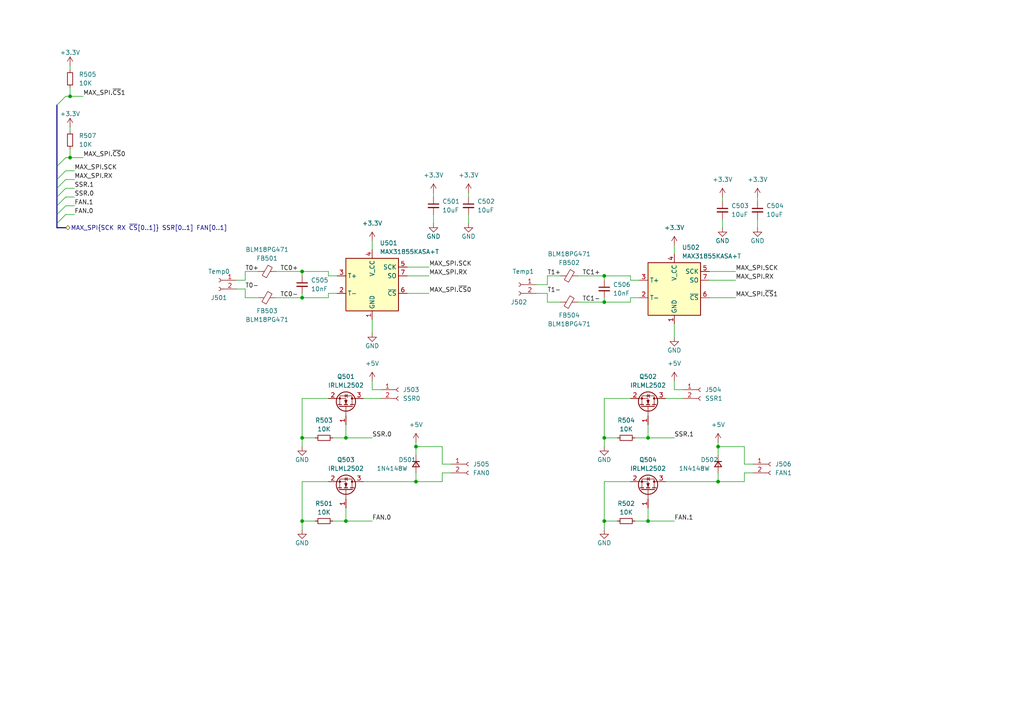
<source format=kicad_sch>
(kicad_sch (version 20231120) (generator "eeschema") (generator_version "8.0")
  (paper "A4")
  (lib_symbols
    (symbol "Connector:Conn_01x02_Socket" (pin_names (offset 1.016) hide)
      (property "Reference" "J" (at 0 2.54 0))
      (property "Value" "Conn_01x02_Socket" (at 0 -5.08 0))
      (symbol "Conn_01x02_Socket_1_1"
        (arc (start 0 -2.032) (mid -0.5058 -2.54) (end 0 -3.048) (stroke (width 0.1524)))
        (polyline (pts (xy -1.27 -2.54) (xy -0.508 -2.54)) (stroke (width 0.1524)))
        (polyline (pts (xy -1.27 0) (xy -0.508 0)) (stroke (width 0.1524)))
        (arc (start 0 0.508) (mid -0.5058 0) (end 0 -0.508) (stroke (width 0.1524)))
        (pin passive line (at -5.08 0 0) (length 3.81) (name "Pin_1") (number "1"))
        (pin passive line (at -5.08 -2.54 0) (length 3.81) (name "Pin_2") (number "2"))
      )
    )
    (symbol "Device:C_Small" (pin_numbers hide) (pin_names (offset 0.254) hide)
      (property "Reference" "C" (at 0.254 1.778 0))
      (property "Value" "C_Small" (at 0.254 -2.032 0))
      (symbol "C_Small_0_1"
        (polyline (pts (xy -1.524 -0.508) (xy 1.524 -0.508)) (stroke (width 0.3302)))
        (polyline (pts (xy -1.524 0.508) (xy 1.524 0.508)) (stroke (width 0.3048)))
      )
      (symbol "C_Small_1_1"
        (pin passive line (at 0 2.54 270) (length 2.032) (name "~") (number "1"))
        (pin passive line (at 0 -2.54 90) (length 2.032) (name "~") (number "2"))
      )
    )
    (symbol "Device:D_Small" (pin_numbers hide) (pin_names (offset 0.254) hide)
      (property "Reference" "D" (at -1.27 2.032 0))
      (property "Value" "D_Small" (at -3.81 -2.032 0))
      (symbol "D_Small_0_1"
        (polyline (pts (xy -0.762 -1.016) (xy -0.762 1.016)) (stroke (width 0.254)))
        (polyline (pts (xy -0.762 0) (xy 0.762 0)))
        (polyline (pts (xy 0.762 -1.016) (xy -0.762 0) (xy 0.762 1.016) (xy 0.762 -1.016)) (stroke (width 0.254)))
      )
      (symbol "D_Small_1_1"
        (pin passive line (at -2.54 0 0) (length 1.778) (name "K") (number "1"))
        (pin passive line (at 2.54 0 180) (length 1.778) (name "A") (number "2"))
      )
    )
    (symbol "Device:FerriteBead_Small" (pin_numbers hide) (pin_names (offset 0))
      (property "Reference" "FB" (at 1.905 1.27 0))
      (property "Value" "FerriteBead_Small" (at 1.905 -1.27 0))
      (symbol "FerriteBead_Small_0_1"
        (polyline (pts (xy 0 -1.27) (xy 0 -0.7874)))
        (polyline (pts (xy 0 0.889) (xy 0 1.2954)))
        (polyline (pts (xy -1.8288 0.2794) (xy -1.1176 1.4986) (xy 1.8288 -0.2032) (xy 1.1176 -1.4224) (xy -1.8288 0.2794)))
      )
      (symbol "FerriteBead_Small_1_1"
        (pin passive line (at 0 2.54 270) (length 1.27) (name "~") (number "1"))
        (pin passive line (at 0 -2.54 90) (length 1.27) (name "~") (number "2"))
      )
    )
    (symbol "Device:R_Small" (pin_numbers hide) (pin_names (offset 0.254) hide)
      (property "Reference" "R" (at 0.762 0.508 0))
      (property "Value" "R_Small" (at 0.762 -1.016 0))
      (symbol "R_Small_0_1"
        (rectangle (start -0.762 1.778) (end 0.762 -1.778) (stroke (width 0.2032)))
      )
      (symbol "R_Small_1_1"
        (pin passive line (at 0 2.54 270) (length 0.762) (name "~") (number "1"))
        (pin passive line (at 0 -2.54 90) (length 0.762) (name "~") (number "2"))
      )
    )
    (symbol "Sensor_Temperature:MAX31855SASA"
      (property "Reference" "U" (at -7.62 8.89 0))
      (property "Value" "MAX31855SASA" (at 1.27 8.89 0))
      (symbol "MAX31855SASA_0_1"
        (rectangle (start -7.62 7.62) (end 7.62 -7.62) (stroke (width 0.254)) (fill (type background)))
      )
      (symbol "MAX31855SASA_1_1"
        (pin power_in line (at 0 -10.16 90) (length 2.54) (name "GND") (number "1"))
        (pin passive line (at -10.16 -2.54 0) (length 2.54) (name "T-") (number "2"))
        (pin passive line (at -10.16 2.54 0) (length 2.54) (name "T+") (number "3"))
        (pin power_in line (at 0 10.16 270) (length 2.54) (name "V_CC") (number "4"))
        (pin input line (at 10.16 5.08 180) (length 2.54) (name "SCK") (number "5"))
        (pin input line (at 10.16 -2.54 180) (length 2.54) (name "~{CS}") (number "6"))
        (pin tri_state line (at 10.16 2.54 180) (length 2.54) (name "SO") (number "7"))
      )
    )
    (symbol "Transistor_FET:IRLML2060" (pin_names hide)
      (property "Reference" "Q" (at 5.08 1.905 0))
      (property "Value" "IRLML2060" (at 5.08 0 0))
      (symbol "IRLML2060_0_1"
        (polyline (pts (xy 0.254 0) (xy -2.54 0)))
        (polyline (pts (xy 0.254 1.905) (xy 0.254 -1.905)) (stroke (width 0.254)))
        (polyline (pts (xy 0.762 -1.27) (xy 0.762 -2.286)) (stroke (width 0.254)))
        (polyline (pts (xy 0.762 0.508) (xy 0.762 -0.508)) (stroke (width 0.254)))
        (polyline (pts (xy 0.762 2.286) (xy 0.762 1.27)) (stroke (width 0.254)))
        (polyline (pts (xy 2.54 2.54) (xy 2.54 1.778)))
        (polyline (pts (xy 2.54 -2.54) (xy 2.54 0) (xy 0.762 0)))
        (polyline (pts (xy 0.762 -1.778) (xy 3.302 -1.778) (xy 3.302 1.778) (xy 0.762 1.778)))
        (polyline (pts (xy 1.016 0) (xy 2.032 0.381) (xy 2.032 -0.381) (xy 1.016 0)) (fill (type outline)))
        (polyline (pts (xy 2.794 0.508) (xy 2.921 0.381) (xy 3.683 0.381) (xy 3.81 0.254)))
        (polyline (pts (xy 3.302 0.381) (xy 2.921 -0.254) (xy 3.683 -0.254) (xy 3.302 0.381)))
        (circle (center 1.651 0) (radius 2.794) (stroke (width 0.254)))
        (circle (center 2.54 -1.778) (radius 0.254) (fill (type outline)))
        (circle (center 2.54 1.778) (radius 0.254) (fill (type outline)))
      )
      (symbol "IRLML2060_1_1"
        (pin input line (at -5.08 0 0) (length 2.54) (name "G") (number "1"))
        (pin passive line (at 2.54 -5.08 90) (length 2.54) (name "S") (number "2"))
        (pin passive line (at 2.54 5.08 270) (length 2.54) (name "D") (number "3"))
      )
    )
    (symbol "power:+3.3V" (power) (pin_names (offset 0))
      (property "Value" "+3.3V" (at 0 3.556 0))
      (symbol "+3.3V_0_1"
        (polyline (pts (xy -0.762 1.27) (xy 0 2.54)))
        (polyline (pts (xy 0 0) (xy 0 2.54)))
        (polyline (pts (xy 0 2.54) (xy 0.762 1.27)))
      )
      (symbol "+3.3V_1_1"
        (pin power_in line (at 0 0 90) (length 0) hide (name "+3.3V") (number "1"))
      )
    )
    (symbol "power:+5V" (power) (pin_names (offset 0))
      (property "Value" "+5V" (at 0 3.556 0))
      (symbol "+5V_0_1"
        (polyline (pts (xy -0.762 1.27) (xy 0 2.54)))
        (polyline (pts (xy 0 0) (xy 0 2.54)))
        (polyline (pts (xy 0 2.54) (xy 0.762 1.27)))
      )
      (symbol "+5V_1_1"
        (pin power_in line (at 0 0 90) (length 0) hide (name "+5V") (number "1"))
      )
    )
    (symbol "power:GND" (power) (pin_names (offset 0))
      (property "Value" "GND" (at 0 -3.81 0))
      (symbol "GND_0_1"
        (polyline (pts (xy 0 0) (xy 0 -1.27) (xy 1.27 -1.27) (xy 0 -2.54) (xy -1.27 -1.27) (xy 0 -1.27)))
      )
      (symbol "GND_1_1"
        (pin power_in line (at 0 0 270) (length 0) hide (name "GND") (number "1"))
      )
    )
  )
  (junction (at 120.65 129.54))
  (junction (at 100.33 127))
  (junction (at 87.63 86.36))
  (junction (at 208.28 129.54))
  (junction (at 20.32 45.72))
  (junction (at 87.63 78.74))
  (junction (at 187.96 151.13))
  (junction (at 175.26 87.63))
  (junction (at 120.65 139.7))
  (junction (at 175.26 127))
  (junction (at 175.26 151.13))
  (junction (at 175.26 80.01))
  (junction (at 208.28 139.7))
  (junction (at 87.63 127))
  (junction (at 187.96 127))
  (junction (at 100.33 151.13))
  (junction (at 87.63 151.13))
  (junction (at 20.32 27.94))
  (bus_entry (at 16.51 62.23) (size 2.54 -2.54))
  (bus_entry (at 16.51 59.69) (size 2.54 -2.54))
  (bus_entry (at 16.51 30.48) (size 2.54 -2.54))
  (bus_entry (at 16.51 52.07) (size 2.54 -2.54))
  (bus_entry (at 16.51 54.61) (size 2.54 -2.54))
  (bus_entry (at 16.51 57.15) (size 2.54 -2.54))
  (bus_entry (at 16.51 48.26) (size 2.54 -2.54))
  (bus_entry (at 16.51 64.77) (size 2.54 -2.54))
  (wire (pts (xy 118.11 80.01) (xy 124.46 80.01)))
  (wire (pts (xy 97.79 85.09) (xy 95.25 85.09)))
  (wire (pts (xy 105.41 115.57) (xy 110.49 115.57)))
  (wire (pts (xy 182.88 115.57) (xy 175.26 115.57)))
  (wire (pts (xy 187.96 151.13) (xy 195.58 151.13)))
  (wire (pts (xy 19.05 27.94) (xy 20.32 27.94)))
  (wire (pts (xy 95.25 85.09) (xy 95.25 86.36)))
  (wire (pts (xy 20.32 25.4) (xy 20.32 27.94)))
  (bus (pts (xy 16.51 59.69) (xy 16.51 62.23)))
  (wire (pts (xy 87.63 153.67) (xy 87.63 151.13)))
  (wire (pts (xy 118.11 85.09) (xy 124.46 85.09)))
  (wire (pts (xy 105.41 139.7) (xy 120.65 139.7)))
  (wire (pts (xy 185.42 81.28) (xy 182.88 81.28)))
  (wire (pts (xy 20.32 27.94) (xy 24.13 27.94)))
  (wire (pts (xy 130.81 137.16) (xy 128.27 137.16)))
  (wire (pts (xy 107.95 92.71) (xy 107.95 96.52)))
  (wire (pts (xy 95.25 80.01) (xy 95.25 78.74)))
  (wire (pts (xy 185.42 86.36) (xy 182.88 86.36)))
  (wire (pts (xy 87.63 151.13) (xy 91.44 151.13)))
  (wire (pts (xy 95.25 115.57) (xy 87.63 115.57)))
  (wire (pts (xy 68.58 83.82) (xy 71.12 83.82)))
  (wire (pts (xy 175.26 153.67) (xy 175.26 151.13)))
  (wire (pts (xy 128.27 129.54) (xy 120.65 129.54)))
  (bus (pts (xy 16.51 62.23) (xy 16.51 64.77)))
  (wire (pts (xy 187.96 147.32) (xy 187.96 151.13)))
  (wire (pts (xy 80.01 78.74) (xy 87.63 78.74)))
  (wire (pts (xy 182.88 81.28) (xy 182.88 80.01)))
  (wire (pts (xy 68.58 81.28) (xy 71.12 81.28)))
  (wire (pts (xy 125.73 55.88) (xy 125.73 57.15)))
  (wire (pts (xy 158.75 80.01) (xy 162.56 80.01)))
  (wire (pts (xy 110.49 113.03) (xy 107.95 113.03)))
  (wire (pts (xy 195.58 93.98) (xy 195.58 97.79)))
  (wire (pts (xy 175.26 87.63) (xy 182.88 87.63)))
  (wire (pts (xy 175.26 80.01) (xy 175.26 81.28)))
  (wire (pts (xy 155.575 85.09) (xy 158.75 85.09)))
  (wire (pts (xy 125.73 62.23) (xy 125.73 64.77)))
  (wire (pts (xy 205.74 81.28) (xy 213.36 81.28)))
  (wire (pts (xy 87.63 127) (xy 91.44 127)))
  (wire (pts (xy 87.63 78.74) (xy 87.63 80.01)))
  (wire (pts (xy 167.64 80.01) (xy 175.26 80.01)))
  (wire (pts (xy 205.74 78.74) (xy 213.36 78.74)))
  (wire (pts (xy 135.89 62.23) (xy 135.89 64.77)))
  (wire (pts (xy 107.95 113.03) (xy 107.95 110.49)))
  (wire (pts (xy 198.12 113.03) (xy 195.58 113.03)))
  (wire (pts (xy 175.26 86.36) (xy 175.26 87.63)))
  (wire (pts (xy 19.05 59.69) (xy 21.59 59.69)))
  (wire (pts (xy 184.15 127) (xy 187.96 127)))
  (wire (pts (xy 128.27 134.62) (xy 128.27 129.54)))
  (wire (pts (xy 118.11 77.47) (xy 124.46 77.47)))
  (wire (pts (xy 71.12 81.28) (xy 71.12 78.74)))
  (wire (pts (xy 158.75 82.55) (xy 158.75 80.01)))
  (wire (pts (xy 120.65 129.54) (xy 120.65 132.08)))
  (wire (pts (xy 120.65 137.16) (xy 120.65 139.7)))
  (wire (pts (xy 184.15 151.13) (xy 187.96 151.13)))
  (wire (pts (xy 175.26 127) (xy 179.07 127)))
  (wire (pts (xy 87.63 129.54) (xy 87.63 127)))
  (wire (pts (xy 19.05 54.61) (xy 21.59 54.61)))
  (wire (pts (xy 87.63 115.57) (xy 87.63 127)))
  (bus (pts (xy 16.51 30.48) (xy 16.51 48.26)))
  (wire (pts (xy 195.58 113.03) (xy 195.58 110.49)))
  (wire (pts (xy 208.28 128.27) (xy 208.28 129.54)))
  (wire (pts (xy 100.33 127) (xy 107.95 127)))
  (wire (pts (xy 20.32 43.18) (xy 20.32 45.72)))
  (wire (pts (xy 100.33 147.32) (xy 100.33 151.13)))
  (wire (pts (xy 96.52 127) (xy 100.33 127)))
  (wire (pts (xy 128.27 139.7) (xy 120.65 139.7)))
  (wire (pts (xy 120.65 128.27) (xy 120.65 129.54)))
  (wire (pts (xy 128.27 137.16) (xy 128.27 139.7)))
  (wire (pts (xy 209.55 57.15) (xy 209.55 58.42)))
  (wire (pts (xy 195.58 71.12) (xy 195.58 73.66)))
  (wire (pts (xy 155.575 82.55) (xy 158.75 82.55)))
  (wire (pts (xy 135.89 55.88) (xy 135.89 57.15)))
  (wire (pts (xy 219.71 63.5) (xy 219.71 66.04)))
  (bus (pts (xy 16.51 48.26) (xy 16.51 52.07)))
  (wire (pts (xy 19.05 62.23) (xy 21.59 62.23)))
  (bus (pts (xy 16.51 66.04) (xy 19.05 66.04)))
  (wire (pts (xy 100.33 123.19) (xy 100.33 127)))
  (wire (pts (xy 208.28 137.16) (xy 208.28 139.7)))
  (wire (pts (xy 205.74 86.36) (xy 213.36 86.36)))
  (wire (pts (xy 97.79 80.01) (xy 95.25 80.01)))
  (wire (pts (xy 215.9 139.7) (xy 208.28 139.7)))
  (wire (pts (xy 96.52 151.13) (xy 100.33 151.13)))
  (wire (pts (xy 182.88 139.7) (xy 175.26 139.7)))
  (wire (pts (xy 20.32 45.72) (xy 24.13 45.72)))
  (wire (pts (xy 193.04 115.57) (xy 198.12 115.57)))
  (wire (pts (xy 193.04 139.7) (xy 208.28 139.7)))
  (wire (pts (xy 175.26 151.13) (xy 179.07 151.13)))
  (wire (pts (xy 107.95 69.85) (xy 107.95 72.39)))
  (bus (pts (xy 16.51 66.04) (xy 16.51 64.77)))
  (wire (pts (xy 175.26 115.57) (xy 175.26 127)))
  (wire (pts (xy 209.55 63.5) (xy 209.55 66.04)))
  (wire (pts (xy 218.44 137.16) (xy 215.9 137.16)))
  (wire (pts (xy 19.05 57.15) (xy 21.59 57.15)))
  (bus (pts (xy 16.51 54.61) (xy 16.51 57.15)))
  (wire (pts (xy 87.63 86.36) (xy 95.25 86.36)))
  (wire (pts (xy 215.9 134.62) (xy 215.9 129.54)))
  (wire (pts (xy 100.33 151.13) (xy 107.95 151.13)))
  (wire (pts (xy 158.75 87.63) (xy 158.75 85.09)))
  (wire (pts (xy 87.63 78.74) (xy 95.25 78.74)))
  (wire (pts (xy 130.81 134.62) (xy 128.27 134.62)))
  (wire (pts (xy 215.9 137.16) (xy 215.9 139.7)))
  (wire (pts (xy 19.05 52.07) (xy 21.59 52.07)))
  (wire (pts (xy 20.32 19.05) (xy 20.32 20.32)))
  (wire (pts (xy 19.05 49.53) (xy 21.59 49.53)))
  (wire (pts (xy 175.26 139.7) (xy 175.26 151.13)))
  (wire (pts (xy 87.63 139.7) (xy 87.63 151.13)))
  (wire (pts (xy 87.63 85.09) (xy 87.63 86.36)))
  (wire (pts (xy 187.96 123.19) (xy 187.96 127)))
  (wire (pts (xy 175.26 129.54) (xy 175.26 127)))
  (wire (pts (xy 167.64 87.63) (xy 175.26 87.63)))
  (wire (pts (xy 19.05 45.72) (xy 20.32 45.72)))
  (wire (pts (xy 215.9 129.54) (xy 208.28 129.54)))
  (wire (pts (xy 71.12 78.74) (xy 74.93 78.74)))
  (wire (pts (xy 219.71 57.15) (xy 219.71 58.42)))
  (bus (pts (xy 16.51 52.07) (xy 16.51 54.61)))
  (wire (pts (xy 20.32 36.83) (xy 20.32 38.1)))
  (wire (pts (xy 80.01 86.36) (xy 87.63 86.36)))
  (wire (pts (xy 218.44 134.62) (xy 215.9 134.62)))
  (wire (pts (xy 182.88 86.36) (xy 182.88 87.63)))
  (wire (pts (xy 187.96 127) (xy 195.58 127)))
  (wire (pts (xy 95.25 139.7) (xy 87.63 139.7)))
  (wire (pts (xy 175.26 80.01) (xy 182.88 80.01)))
  (wire (pts (xy 162.56 87.63) (xy 158.75 87.63)))
  (wire (pts (xy 74.93 86.36) (xy 71.12 86.36)))
  (wire (pts (xy 208.28 129.54) (xy 208.28 132.08)))
  (bus (pts (xy 16.51 57.15) (xy 16.51 59.69)))
  (wire (pts (xy 71.12 86.36) (xy 71.12 83.82)))
  (label "FAN.0" (at 107.95 151.13 0))
  (label "SSR.0" (at 21.59 57.15 0))
  (label "FAN.1" (at 195.58 151.13 0))
  (label "T1-" (at 158.75 85.09 0))
  (label "T0+" (at 71.12 78.74 0))
  (label "TC1-" (at 168.91 87.63 0))
  (label "MAX_SPI.RX" (at 213.36 81.28 0))
  (label "SSR.0" (at 107.95 127 0))
  (label "MAX_SPI.RX" (at 21.59 52.07 0))
  (label "FAN.1" (at 21.59 59.69 0))
  (label "MAX_SPI.~{CS}0" (at 124.46 85.09 0))
  (label "T1+" (at 158.75 80.01 0))
  (label "MAX_SPI.SCK" (at 21.59 49.53 0))
  (label "TC0+" (at 81.28 78.74 0))
  (label "MAX_SPI.~{CS}0" (at 24.13 45.72 0))
  (label "SSR.1" (at 21.59 54.61 0))
  (label "SSR.1" (at 195.58 127 0))
  (label "MAX_SPI.~{CS}1" (at 213.36 86.36 0))
  (label "T0-" (at 71.12 83.82 0))
  (label "MAX_SPI.SCK" (at 213.36 78.74 0))
  (label "MAX_SPI.SCK" (at 124.46 77.47 0))
  (label "MAX_SPI.~{CS}1" (at 24.13 27.94 0))
  (label "MAX_SPI.RX" (at 124.46 80.01 0))
  (label "TC0-" (at 81.28 86.36 0))
  (label "FAN.0" (at 21.59 62.23 0))
  (label "TC1+" (at 168.91 80.01 0))
  (hierarchical_label "MAX_SPI{SCK RX ~{CS}[0..1]} SSR[0..1] FAN[0..1]" (shape bidirectional) (at 19.05 66.04 0))
  (symbol (lib_id "Device:FerriteBead_Small") (at 165.1 87.63 90) (unit 1)
    (property "Reference" "FB504" (at 165.1 91.44 90))
    (property "Value" "BLM18PG471" (at 165.1 93.98 90))
    (property "Footprint" "Resistor_SMD:R_0603_1608Metric" (effects (hide yes)))
    (property "LCSC" "C97853" (effects (hide yes)))
  )
  (symbol (lib_id "power:GND") (at 175.26 129.54 0) (unit 1)
    (property "Reference" "#PWR0516" (effects (hide yes)))
    (property "Value" "GND" (at 175.26 133.35 0))
  )
  (symbol (lib_id "Device:R_Small") (at 93.98 127 90) (unit 1)
    (property "Reference" "R503" (at 93.98 121.92 90))
    (property "Value" "10K" (at 93.98 124.46 90))
    (property "Footprint" "Resistor_SMD:R_0603_1608Metric" (effects (hide yes)))
    (property "LCSC" "C25804" (effects (hide yes)))
  )
  (symbol (lib_id "power:GND") (at 107.95 96.52 0) (unit 1)
    (property "Reference" "#PWR0513" (effects (hide yes)))
    (property "Value" "GND" (at 107.95 100.33 0))
  )
  (symbol (lib_id "Device:R_Small") (at 20.32 22.86 180) (unit 1)
    (property "Reference" "R505" (at 22.86 21.59 0) (effects (justify right)))
    (property "Value" "10K" (at 22.86 24.13 0) (effects (justify right)))
    (property "Footprint" "Resistor_SMD:R_0603_1608Metric" (effects (hide yes)))
    (property "LCSC" "C25804" (effects (hide yes)))
  )
  (symbol (lib_id "power:GND") (at 195.58 97.79 0) (unit 1)
    (property "Reference" "#PWR0514" (effects (hide yes)))
    (property "Value" "GND" (at 195.58 101.6 0))
  )
  (symbol (lib_id "Transistor_FET:IRLML2060") (at 187.96 142.24 270) (mirror x) (unit 1)
    (property "Reference" "Q504" (at 187.96 133.35 90))
    (property "Value" "IRLML2502" (at 187.96 135.89 90))
    (property "Footprint" "Package_TO_SOT_SMD:SOT-23" (effects (hide yes)))
    (property "Datasheet" "https://www.infineon.com/dgdl/irlml2060pbf.pdf?fileId=5546d462533600a401535664b7fb25ee" (effects (hide yes)))
    (property "LCSC" "C2589" (effects (hide yes)))
  )
  (symbol (lib_id "power:GND") (at 135.89 64.77 0) (unit 1)
    (property "Reference" "#PWR0508" (effects (hide yes)))
    (property "Value" "GND" (at 135.89 68.58 0))
  )
  (symbol (lib_id "Sensor_Temperature:MAX31855SASA") (at 107.95 82.55 0) (unit 1)
    (property "Reference" "U501" (at 110.1441 70.485 0) (effects (justify left)))
    (property "Value" "MAX31855KASA+T" (at 110.1441 73.025 0) (effects (justify left)))
    (property "Footprint" "Package_SO:SOIC-8_3.9x4.9mm_P1.27mm" (effects (hide yes)))
    (property "Datasheet" "http://datasheets.maximintegrated.com/en/ds/MAX31855.pdf" (effects (hide yes)))
    (property "LCSC" "C52028" (effects (hide yes)))
  )
  (symbol (lib_id "power:+3.3V") (at 219.71 57.15 0) (unit 1)
    (property "Reference" "#PWR0504" (effects (hide yes)))
    (property "Value" "+3.3V" (at 219.71 52.07 0))
  )
  (symbol (lib_id "power:+3.3V") (at 135.89 55.88 0) (unit 1)
    (property "Reference" "#PWR0502" (effects (hide yes)))
    (property "Value" "+3.3V" (at 135.89 50.8 0))
  )
  (symbol (lib_id "power:+3.3V") (at 20.32 36.83 0) (unit 1)
    (property "Reference" "#PWR0521" (effects (hide yes)))
    (property "Value" "+3.3V" (at 20.32 33.02 0))
  )
  (symbol (lib_id "power:+5V") (at 107.95 110.49 0) (unit 1)
    (property "Reference" "#PWR0517" (effects (hide yes)))
    (property "Value" "+5V" (at 107.95 105.41 0))
  )
  (symbol (lib_id "Device:FerriteBead_Small") (at 77.47 86.36 90) (unit 1)
    (property "Reference" "FB503" (at 77.47 90.17 90))
    (property "Value" "BLM18PG471" (at 77.47 92.71 90))
    (property "Footprint" "Resistor_SMD:R_0603_1608Metric" (effects (hide yes)))
    (property "LCSC" "C97853" (effects (hide yes)))
  )
  (symbol (lib_id "Sensor_Temperature:MAX31855SASA") (at 195.58 83.82 0) (unit 1)
    (property "Reference" "U502" (at 197.7741 71.755 0) (effects (justify left)))
    (property "Value" "MAX31855KASA+T" (at 197.7741 74.295 0) (effects (justify left)))
    (property "Footprint" "Package_SO:SOIC-8_3.9x4.9mm_P1.27mm" (effects (hide yes)))
    (property "Datasheet" "http://datasheets.maximintegrated.com/en/ds/MAX31855.pdf" (effects (hide yes)))
    (property "LCSC" "C52028" (effects (hide yes)))
  )
  (symbol (lib_id "Device:C_Small") (at 87.63 82.55 0) (unit 1)
    (property "Reference" "C505" (at 90.17 81.28 0) (effects (justify left)))
    (property "Value" "10nF" (at 90.17 83.82 0) (effects (justify left)))
    (property "Footprint" "Resistor_SMD:R_0603_1608Metric" (effects (hide yes)))
    (property "LCSC" "C57112" (effects (hide yes)))
  )
  (symbol (lib_id "power:GND") (at 87.63 129.54 0) (unit 1)
    (property "Reference" "#PWR0515" (effects (hide yes)))
    (property "Value" "GND" (at 87.63 133.35 0))
  )
  (symbol (lib_id "power:+3.3V") (at 125.73 55.88 0) (unit 1)
    (property "Reference" "#PWR0501" (effects (hide yes)))
    (property "Value" "+3.3V" (at 125.73 50.8 0))
  )
  (symbol (lib_id "Transistor_FET:IRLML2060") (at 100.33 142.24 270) (mirror x) (unit 1)
    (property "Reference" "Q503" (at 100.33 133.35 90))
    (property "Value" "IRLML2502" (at 100.33 135.89 90))
    (property "Footprint" "Package_TO_SOT_SMD:SOT-23" (effects (hide yes)))
    (property "Datasheet" "https://www.infineon.com/dgdl/irlml2060pbf.pdf?fileId=5546d462533600a401535664b7fb25ee" (effects (hide yes)))
    (property "LCSC" "C2589" (effects (hide yes)))
  )
  (symbol (lib_id "Device:C_Small") (at 125.73 59.69 0) (unit 1)
    (property "Reference" "C501" (at 128.27 58.42 0) (effects (justify left)))
    (property "Value" "10uF" (at 128.27 60.96 0) (effects (justify left)))
    (property "Footprint" "Resistor_SMD:R_0603_1608Metric" (effects (hide yes)))
    (property "LCSC" "C19702" (effects (hide yes)))
  )
  (symbol (lib_id "power:+5V") (at 208.28 128.27 0) (unit 1)
    (property "Reference" "#PWR0506" (effects (hide yes)))
    (property "Value" "+5V" (at 208.28 123.19 0))
  )
  (symbol (lib_id "power:+3.3V") (at 209.55 57.15 0) (unit 1)
    (property "Reference" "#PWR0503" (effects (hide yes)))
    (property "Value" "+3.3V" (at 209.55 52.07 0))
  )
  (symbol (lib_id "Device:R_Small") (at 93.98 151.13 90) (unit 1)
    (property "Reference" "R501" (at 93.98 146.05 90))
    (property "Value" "10K" (at 93.98 148.59 90))
    (property "Footprint" "Resistor_SMD:R_0603_1608Metric" (effects (hide yes)))
    (property "LCSC" "C25804" (effects (hide yes)))
  )
  (symbol (lib_id "Device:C_Small") (at 175.26 83.82 0) (unit 1)
    (property "Reference" "C506" (at 177.8 82.55 0) (effects (justify left)))
    (property "Value" "10nF" (at 177.8 85.09 0) (effects (justify left)))
    (property "Footprint" "Resistor_SMD:R_0603_1608Metric" (effects (hide yes)))
    (property "LCSC" "C57112" (effects (hide yes)))
  )
  (symbol (lib_id "power:+3.3V") (at 20.32 19.05 0) (unit 1)
    (property "Reference" "#PWR0519" (effects (hide yes)))
    (property "Value" "+3.3V" (at 20.32 15.24 0))
  )
  (symbol (lib_id "power:+3.3V") (at 195.58 71.12 0) (unit 1)
    (property "Reference" "#PWR0512" (effects (hide yes)))
    (property "Value" "+3.3V" (at 195.58 66.04 0))
  )
  (symbol (lib_id "Connector:Conn_01x02_Socket") (at 223.52 134.62 0) (unit 1)
    (property "Reference" "J506" (at 224.79 134.62 0) (effects (justify left)))
    (property "Value" "FAN1" (at 224.79 137.16 0) (effects (justify left)))
    (property "Footprint" "Connector_JST:JST_XH_B2B-XH-AM_1x02_P2.50mm_Vertical" (effects (hide yes)))
  )
  (symbol (lib_id "power:+5V") (at 195.58 110.49 0) (unit 1)
    (property "Reference" "#PWR0518" (effects (hide yes)))
    (property "Value" "+5V" (at 195.58 105.41 0))
  )
  (symbol (lib_id "Device:R_Small") (at 181.61 127 90) (unit 1)
    (property "Reference" "R504" (at 181.61 121.92 90))
    (property "Value" "10K" (at 181.61 124.46 90))
    (property "Footprint" "Resistor_SMD:R_0603_1608Metric" (effects (hide yes)))
    (property "LCSC" "C25804" (effects (hide yes)))
  )
  (symbol (lib_id "power:GND") (at 219.71 66.04 0) (unit 1)
    (property "Reference" "#PWR0510" (effects (hide yes)))
    (property "Value" "GND" (at 219.71 69.85 0))
  )
  (symbol (lib_id "Device:D_Small") (at 120.65 134.62 270) (unit 1)
    (property "Reference" "D501" (at 115.57 133.35 90) (effects (justify left)))
    (property "Value" "1N4148W" (at 109.22 135.89 90) (effects (justify left)))
    (property "Footprint" "Diode_SMD:D_SOD-123" (effects (hide yes)))
    (property "Sim.Device" "D" (effects (hide yes)))
    (property "Sim.Pins" "1=K 2=A" (effects (hide yes)))
    (property "LCSC" "C81598" (effects (hide yes)))
  )
  (symbol (lib_id "Device:FerriteBead_Small") (at 77.47 78.74 270) (unit 1)
    (property "Reference" "FB501" (at 77.47 74.93 90))
    (property "Value" "BLM18PG471" (at 77.47 72.39 90))
    (property "Footprint" "Resistor_SMD:R_0603_1608Metric" (effects (hide yes)))
    (property "LCSC" "C97853" (effects (hide yes)))
  )
  (symbol (lib_id "Device:R_Small") (at 20.32 40.64 180) (unit 1)
    (property "Reference" "R507" (at 22.86 39.37 0) (effects (justify right)))
    (property "Value" "10K" (at 22.86 41.91 0) (effects (justify right)))
    (property "Footprint" "Resistor_SMD:R_0603_1608Metric" (effects (hide yes)))
    (property "LCSC" "C25804" (effects (hide yes)))
  )
  (symbol (lib_id "Device:C_Small") (at 209.55 60.96 0) (unit 1)
    (property "Reference" "C503" (at 212.09 59.69 0) (effects (justify left)))
    (property "Value" "10uF" (at 212.09 62.23 0) (effects (justify left)))
    (property "Footprint" "Resistor_SMD:R_0603_1608Metric" (effects (hide yes)))
    (property "LCSC" "C19702" (effects (hide yes)))
  )
  (symbol (lib_id "power:+3.3V") (at 107.95 69.85 0) (unit 1)
    (property "Reference" "#PWR0511" (effects (hide yes)))
    (property "Value" "+3.3V" (at 107.95 64.77 0))
  )
  (symbol (lib_id "power:+5V") (at 120.65 128.27 0) (unit 1)
    (property "Reference" "#PWR0505" (effects (hide yes)))
    (property "Value" "+5V" (at 120.65 123.19 0))
  )
  (symbol (lib_id "power:GND") (at 175.26 153.67 0) (unit 1)
    (property "Reference" "#PWR0522" (effects (hide yes)))
    (property "Value" "GND" (at 175.26 157.48 0))
  )
  (symbol (lib_id "Connector:Conn_01x02_Socket") (at 150.495 82.55 0) (mirror y) (unit 1)
    (property "Reference" "J502" (at 150.495 87.63 0))
    (property "Value" "Temp1" (at 151.765 78.74 0))
    (property "Footprint" "Connector_JST:JST_XH_B2B-XH-AM_1x02_P2.50mm_Vertical" (effects (hide yes)))
  )
  (symbol (lib_id "Connector:Conn_01x02_Socket") (at 135.89 134.62 0) (unit 1)
    (property "Reference" "J505" (at 137.16 134.62 0) (effects (justify left)))
    (property "Value" "FAN0" (at 137.16 137.16 0) (effects (justify left)))
    (property "Footprint" "Connector_JST:JST_XH_B2B-XH-AM_1x02_P2.50mm_Vertical" (effects (hide yes)))
  )
  (symbol (lib_id "power:GND") (at 125.73 64.77 0) (unit 1)
    (property "Reference" "#PWR0507" (effects (hide yes)))
    (property "Value" "GND" (at 125.73 68.58 0))
  )
  (symbol (lib_id "Device:C_Small") (at 219.71 60.96 0) (unit 1)
    (property "Reference" "C504" (at 222.25 59.69 0) (effects (justify left)))
    (property "Value" "10uF" (at 222.25 62.23 0) (effects (justify left)))
    (property "Footprint" "Resistor_SMD:R_0603_1608Metric" (effects (hide yes)))
    (property "LCSC" "C19702" (effects (hide yes)))
  )
  (symbol (lib_id "Connector:Conn_01x02_Socket") (at 63.5 81.28 0) (mirror y) (unit 1)
    (property "Reference" "J501" (at 63.5 86.36 0))
    (property "Value" "Temp0" (at 63.5 78.74 0))
    (property "Footprint" "Connector_JST:JST_XH_B2B-XH-AM_1x02_P2.50mm_Vertical" (effects (hide yes)))
  )
  (symbol (lib_id "Device:D_Small") (at 208.28 134.62 270) (unit 1)
    (property "Reference" "D502" (at 203.2 133.35 90) (effects (justify left)))
    (property "Value" "1N4148W" (at 196.85 135.89 90) (effects (justify left)))
    (property "Footprint" "Diode_SMD:D_SOD-123" (effects (hide yes)))
    (property "Sim.Device" "D" (effects (hide yes)))
    (property "Sim.Pins" "1=K 2=A" (effects (hide yes)))
    (property "LCSC" "C81598" (effects (hide yes)))
  )
  (symbol (lib_id "Device:FerriteBead_Small") (at 165.1 80.01 270) (unit 1)
    (property "Reference" "FB502" (at 165.1 76.2 90))
    (property "Value" "BLM18PG471" (at 165.1 73.66 90))
    (property "Footprint" "Resistor_SMD:R_0603_1608Metric" (effects (hide yes)))
    (property "LCSC" "C97853" (effects (hide yes)))
  )
  (symbol (lib_id "Transistor_FET:IRLML2060") (at 100.33 118.11 270) (mirror x) (unit 1)
    (property "Reference" "Q501" (at 100.33 109.22 90))
    (property "Value" "IRLML2502" (at 100.33 111.76 90))
    (property "Footprint" "Package_TO_SOT_SMD:SOT-23" (effects (hide yes)))
    (property "Datasheet" "https://www.infineon.com/dgdl/irlml2060pbf.pdf?fileId=5546d462533600a401535664b7fb25ee" (effects (hide yes)))
    (property "LCSC" "C2589" (effects (hide yes)))
  )
  (symbol (lib_id "Connector:Conn_01x02_Socket") (at 115.57 113.03 0) (unit 1)
    (property "Reference" "J503" (at 116.84 113.03 0) (effects (justify left)))
    (property "Value" "SSR0" (at 116.84 115.57 0) (effects (justify left)))
    (property "Footprint" "Connector_JST:JST_XH_B2B-XH-AM_1x02_P2.50mm_Vertical" (effects (hide yes)))
  )
  (symbol (lib_id "Connector:Conn_01x02_Socket") (at 203.2 113.03 0) (unit 1)
    (property "Reference" "J504" (at 204.47 113.03 0) (effects (justify left)))
    (property "Value" "SSR1" (at 204.47 115.57 0) (effects (justify left)))
    (property "Footprint" "Connector_JST:JST_XH_B2B-XH-AM_1x02_P2.50mm_Vertical" (effects (hide yes)))
  )
  (symbol (lib_id "power:GND") (at 87.63 153.67 0) (unit 1)
    (property "Reference" "#PWR0520" (effects (hide yes)))
    (property "Value" "GND" (at 87.63 157.48 0))
  )
  (symbol (lib_id "Transistor_FET:IRLML2060") (at 187.96 118.11 270) (mirror x) (unit 1)
    (property "Reference" "Q502" (at 187.96 109.22 90))
    (property "Value" "IRLML2502" (at 187.96 111.76 90))
    (property "Footprint" "Package_TO_SOT_SMD:SOT-23" (effects (hide yes)))
    (property "Datasheet" "https://www.infineon.com/dgdl/irlml2060pbf.pdf?fileId=5546d462533600a401535664b7fb25ee" (effects (hide yes)))
    (property "LCSC" "C2589" (effects (hide yes)))
  )
  (symbol (lib_id "power:GND") (at 209.55 66.04 0) (unit 1)
    (property "Reference" "#PWR0509" (effects (hide yes)))
    (property "Value" "GND" (at 209.55 69.85 0))
  )
  (symbol (lib_id "Device:R_Small") (at 181.61 151.13 90) (unit 1)
    (property "Reference" "R502" (at 181.61 146.05 90))
    (property "Value" "10K" (at 181.61 148.59 90))
    (property "Footprint" "Resistor_SMD:R_0603_1608Metric" (effects (hide yes)))
    (property "LCSC" "C25804" (effects (hide yes)))
  )
  (symbol (lib_id "Device:C_Small") (at 135.89 59.69 0) (unit 1)
    (property "Reference" "C502" (at 138.43 58.42 0) (effects (justify left)))
    (property "Value" "10uF" (at 138.43 60.96 0) (effects (justify left)))
    (property "Footprint" "Resistor_SMD:R_0603_1608Metric" (effects (hide yes)))
    (property "LCSC" "C19702" (effects (hide yes)))
  )
)
</source>
